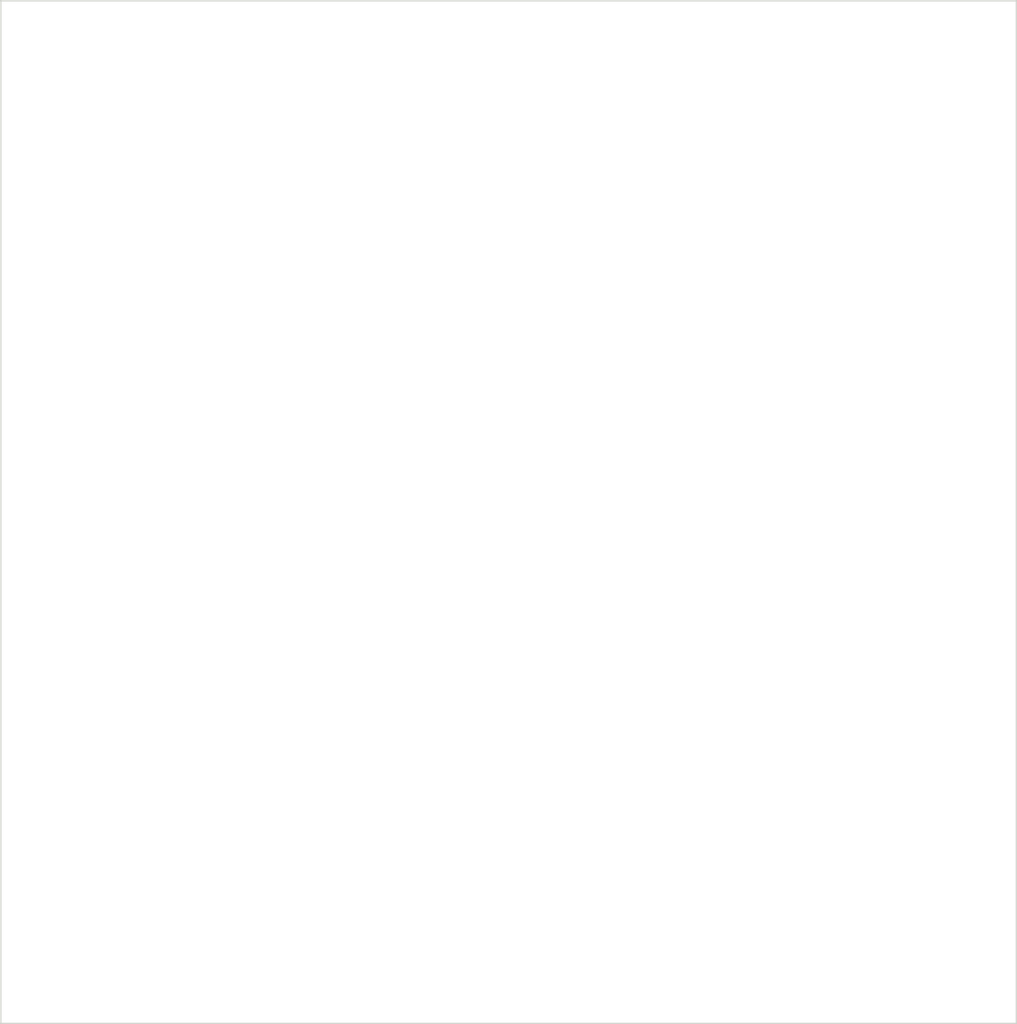
<source format=kicad_pcb>
(kicad_pcb (version 4) (host pcbnew 4.0.7)

  (general
    (links 0)
    (no_connects 0)
    (area 52.629999 44.374999 152.475001 144.220001)
    (thickness 1.6)
    (drawings 4)
    (tracks 0)
    (zones 0)
    (modules 0)
    (nets 1)
  )

  (page A4)
  (layers
    (0 F.Cu signal)
    (31 B.Cu signal)
    (32 B.Adhes user)
    (33 F.Adhes user)
    (34 B.Paste user)
    (35 F.Paste user)
    (36 B.SilkS user)
    (37 F.SilkS user)
    (38 B.Mask user)
    (39 F.Mask user)
    (40 Dwgs.User user)
    (41 Cmts.User user)
    (42 Eco1.User user)
    (43 Eco2.User user)
    (44 Edge.Cuts user)
    (45 Margin user)
    (46 B.CrtYd user)
    (47 F.CrtYd user)
    (48 B.Fab user)
    (49 F.Fab user)
  )

  (setup
    (last_trace_width 0.25)
    (trace_clearance 0.2)
    (zone_clearance 0.508)
    (zone_45_only no)
    (trace_min 0.2)
    (segment_width 0.2)
    (edge_width 0.15)
    (via_size 0.6)
    (via_drill 0.4)
    (via_min_size 0.4)
    (via_min_drill 0.3)
    (uvia_size 0.3)
    (uvia_drill 0.1)
    (uvias_allowed no)
    (uvia_min_size 0.2)
    (uvia_min_drill 0.1)
    (pcb_text_width 0.3)
    (pcb_text_size 1.5 1.5)
    (mod_edge_width 0.15)
    (mod_text_size 1 1)
    (mod_text_width 0.15)
    (pad_size 1.524 1.524)
    (pad_drill 0.762)
    (pad_to_mask_clearance 0.2)
    (aux_axis_origin 0 0)
    (visible_elements 7FFFFFFF)
    (pcbplotparams
      (layerselection 0x00030_80000001)
      (usegerberextensions false)
      (excludeedgelayer true)
      (linewidth 0.100000)
      (plotframeref false)
      (viasonmask false)
      (mode 1)
      (useauxorigin false)
      (hpglpennumber 1)
      (hpglpenspeed 20)
      (hpglpendiameter 15)
      (hpglpenoverlay 2)
      (psnegative false)
      (psa4output false)
      (plotreference true)
      (plotvalue true)
      (plotinvisibletext false)
      (padsonsilk false)
      (subtractmaskfromsilk false)
      (outputformat 1)
      (mirror false)
      (drillshape 1)
      (scaleselection 1)
      (outputdirectory ""))
  )

  (net 0 "")

  (net_class Default "This is the default net class."
    (clearance 0.2)
    (trace_width 0.25)
    (via_dia 0.6)
    (via_drill 0.4)
    (uvia_dia 0.3)
    (uvia_drill 0.1)
  )

  (gr_line (start 151.765 144.145) (end 52.705 144.145) (angle 90) (layer Edge.Cuts) (width 0.15))
  (gr_line (start 151.765 44.45) (end 52.705 44.45) (angle 90) (layer Edge.Cuts) (width 0.15))
  (gr_line (start 151.765 144.145) (end 151.765 44.45) (angle 90) (layer Edge.Cuts) (width 0.15))
  (gr_line (start 52.705 44.45) (end 52.705 144.145) (angle 90) (layer Edge.Cuts) (width 0.15))

)

</source>
